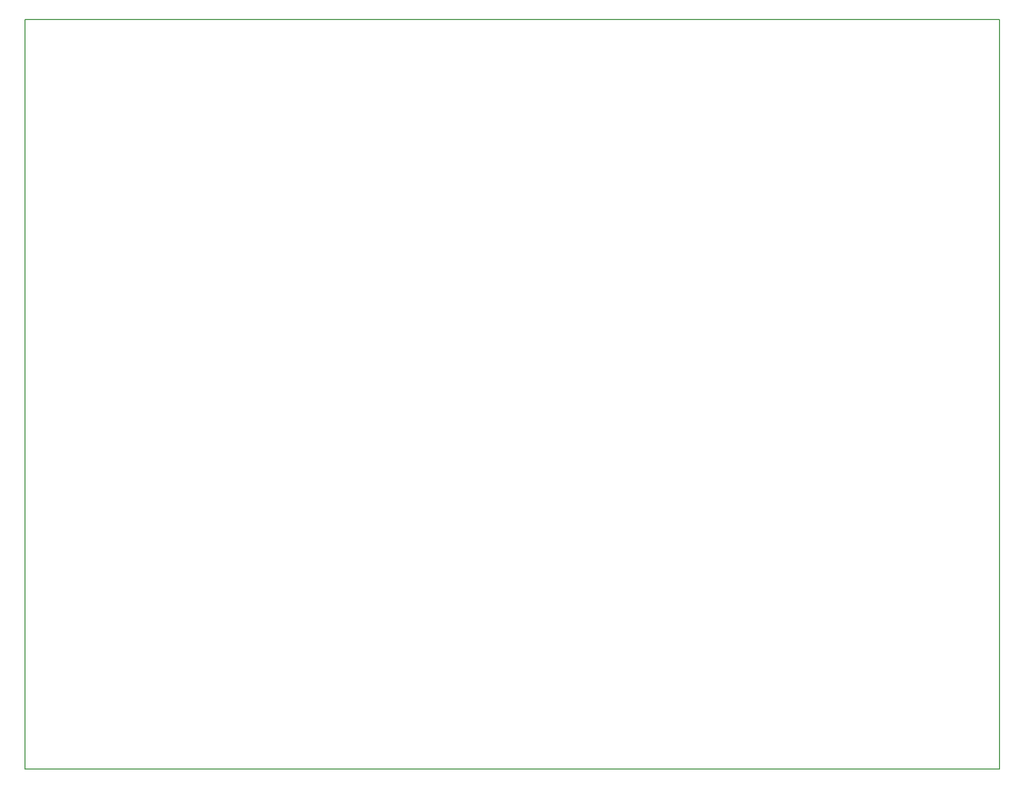
<source format=gbr>
G04 #@! TF.FileFunction,Paste,Bot*
%FSLAX46Y46*%
G04 Gerber Fmt 4.6, Leading zero omitted, Abs format (unit mm)*
G04 Created by KiCad (PCBNEW 4.0.6) date 05/15/17 10:50:15*
%MOMM*%
%LPD*%
G01*
G04 APERTURE LIST*
%ADD10C,0.100000*%
%ADD11C,0.150000*%
G04 APERTURE END LIST*
D10*
D11*
X38100000Y-25400000D02*
X38100000Y-25400000D01*
X38100000Y-152400000D02*
X38100000Y-25400000D01*
X203200000Y-152400000D02*
X38100000Y-152400000D01*
X203200000Y-25400000D02*
X203200000Y-152400000D01*
X38100000Y-25400000D02*
X203200000Y-25400000D01*
M02*

</source>
